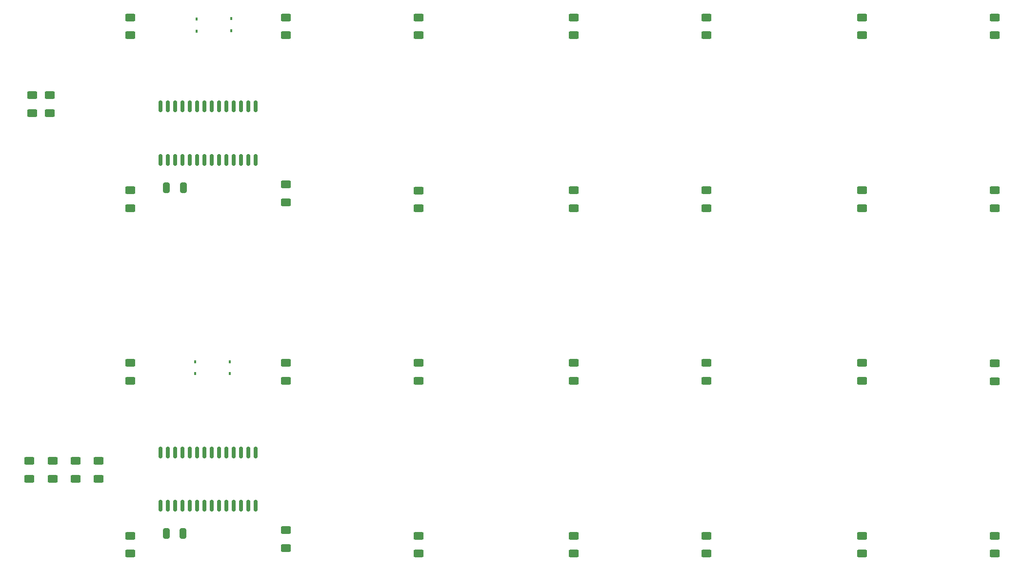
<source format=gbr>
%TF.GenerationSoftware,KiCad,Pcbnew,7.0.10-7.0.10~ubuntu22.04.1*%
%TF.CreationDate,2024-02-07T13:06:56+01:00*%
%TF.ProjectId,polykit-x-controlboard,706f6c79-6b69-4742-9d78-2d636f6e7472,v0.0.2*%
%TF.SameCoordinates,Original*%
%TF.FileFunction,Paste,Top*%
%TF.FilePolarity,Positive*%
%FSLAX46Y46*%
G04 Gerber Fmt 4.6, Leading zero omitted, Abs format (unit mm)*
G04 Created by KiCad (PCBNEW 7.0.10-7.0.10~ubuntu22.04.1) date 2024-02-07 13:06:56*
%MOMM*%
%LPD*%
G01*
G04 APERTURE LIST*
G04 Aperture macros list*
%AMRoundRect*
0 Rectangle with rounded corners*
0 $1 Rounding radius*
0 $2 $3 $4 $5 $6 $7 $8 $9 X,Y pos of 4 corners*
0 Add a 4 corners polygon primitive as box body*
4,1,4,$2,$3,$4,$5,$6,$7,$8,$9,$2,$3,0*
0 Add four circle primitives for the rounded corners*
1,1,$1+$1,$2,$3*
1,1,$1+$1,$4,$5*
1,1,$1+$1,$6,$7*
1,1,$1+$1,$8,$9*
0 Add four rect primitives between the rounded corners*
20,1,$1+$1,$2,$3,$4,$5,0*
20,1,$1+$1,$4,$5,$6,$7,0*
20,1,$1+$1,$6,$7,$8,$9,0*
20,1,$1+$1,$8,$9,$2,$3,0*%
G04 Aperture macros list end*
%ADD10R,0.450000X0.600000*%
%ADD11RoundRect,0.250000X0.625000X-0.400000X0.625000X0.400000X-0.625000X0.400000X-0.625000X-0.400000X0*%
%ADD12RoundRect,0.250000X-0.625000X0.400000X-0.625000X-0.400000X0.625000X-0.400000X0.625000X0.400000X0*%
%ADD13RoundRect,0.150000X-0.150000X0.875000X-0.150000X-0.875000X0.150000X-0.875000X0.150000X0.875000X0*%
%ADD14RoundRect,0.250000X0.325000X0.650000X-0.325000X0.650000X-0.325000X-0.650000X0.325000X-0.650000X0*%
G04 APERTURE END LIST*
D10*
%TO.C,D1*%
X63000000Y-72700000D03*
X63000000Y-74800000D03*
%TD*%
%TO.C,D2*%
X69000000Y-72650000D03*
X69000000Y-74750000D03*
%TD*%
D11*
%TO.C,R11*%
X37500000Y-89050000D03*
X37500000Y-85950000D03*
%TD*%
D12*
%TO.C,R33*%
X34000000Y-149450000D03*
X34000000Y-152550000D03*
%TD*%
%TO.C,R27*%
X78500000Y-161450000D03*
X78500000Y-164550000D03*
%TD*%
%TO.C,R23*%
X178500000Y-102450000D03*
X178500000Y-105550000D03*
%TD*%
%TO.C,R26*%
X51500000Y-162450000D03*
X51500000Y-165550000D03*
%TD*%
%TO.C,R30*%
X151500000Y-162450000D03*
X151500000Y-165550000D03*
%TD*%
D13*
%TO.C,U2*%
X73255000Y-147950000D03*
X71985000Y-147950000D03*
X70715000Y-147950000D03*
X69445000Y-147950000D03*
X68175000Y-147950000D03*
X66905000Y-147950000D03*
X65635000Y-147950000D03*
X64365000Y-147950000D03*
X63095000Y-147950000D03*
X61825000Y-147950000D03*
X60555000Y-147950000D03*
X59285000Y-147950000D03*
X58015000Y-147950000D03*
X56745000Y-147950000D03*
X56745000Y-157250000D03*
X58015000Y-157250000D03*
X59285000Y-157250000D03*
X60555000Y-157250000D03*
X61825000Y-157250000D03*
X63095000Y-157250000D03*
X64365000Y-157250000D03*
X65635000Y-157250000D03*
X66905000Y-157250000D03*
X68175000Y-157250000D03*
X69445000Y-157250000D03*
X70715000Y-157250000D03*
X71985000Y-157250000D03*
X73255000Y-157250000D03*
%TD*%
D12*
%TO.C,R32*%
X201500000Y-162450000D03*
X201500000Y-165550000D03*
%TD*%
%TO.C,R16*%
X51500000Y-132450000D03*
X51500000Y-135550000D03*
%TD*%
%TO.C,R13*%
X78500000Y-132450000D03*
X78500000Y-135550000D03*
%TD*%
%TO.C,R20*%
X101500000Y-102500000D03*
X101500000Y-105600000D03*
%TD*%
%TO.C,R12*%
X51500000Y-72450000D03*
X51500000Y-75550000D03*
%TD*%
%TO.C,R8*%
X151500000Y-132450000D03*
X151500000Y-135550000D03*
%TD*%
%TO.C,R17*%
X34500000Y-85950000D03*
X34500000Y-89050000D03*
%TD*%
D14*
%TO.C,C1*%
X60744258Y-102034015D03*
X57794258Y-102034015D03*
%TD*%
D10*
%TO.C,D4*%
X68750000Y-132200000D03*
X68750000Y-134300000D03*
%TD*%
D12*
%TO.C,R28*%
X101500000Y-162450000D03*
X101500000Y-165550000D03*
%TD*%
%TO.C,R25*%
X46000000Y-149450000D03*
X46000000Y-152550000D03*
%TD*%
%TO.C,R21*%
X128500000Y-102450000D03*
X128500000Y-105550000D03*
%TD*%
%TO.C,R6*%
X128500000Y-132450000D03*
X128500000Y-135550000D03*
%TD*%
%TO.C,R19*%
X78500000Y-101450000D03*
X78500000Y-104550000D03*
%TD*%
%TO.C,R3*%
X201500000Y-72450000D03*
X201500000Y-75550000D03*
%TD*%
%TO.C,R31*%
X178500000Y-162450000D03*
X178500000Y-165550000D03*
%TD*%
D13*
%TO.C,U1*%
X73255000Y-87850000D03*
X71985000Y-87850000D03*
X70715000Y-87850000D03*
X69445000Y-87850000D03*
X68175000Y-87850000D03*
X66905000Y-87850000D03*
X65635000Y-87850000D03*
X64365000Y-87850000D03*
X63095000Y-87850000D03*
X61825000Y-87850000D03*
X60555000Y-87850000D03*
X59285000Y-87850000D03*
X58015000Y-87850000D03*
X56745000Y-87850000D03*
X56745000Y-97150000D03*
X58015000Y-97150000D03*
X59285000Y-97150000D03*
X60555000Y-97150000D03*
X61825000Y-97150000D03*
X63095000Y-97150000D03*
X64365000Y-97150000D03*
X65635000Y-97150000D03*
X66905000Y-97150000D03*
X68175000Y-97150000D03*
X69445000Y-97150000D03*
X70715000Y-97150000D03*
X71985000Y-97150000D03*
X73255000Y-97150000D03*
%TD*%
D12*
%TO.C,R29*%
X128500000Y-162450000D03*
X128500000Y-165550000D03*
%TD*%
%TO.C,R7*%
X151500000Y-72450000D03*
X151500000Y-75550000D03*
%TD*%
%TO.C,R24*%
X201500000Y-102450000D03*
X201500000Y-105550000D03*
%TD*%
%TO.C,R22*%
X151500000Y-102450000D03*
X151500000Y-105550000D03*
%TD*%
%TO.C,R15*%
X38000000Y-149450000D03*
X38000000Y-152550000D03*
%TD*%
%TO.C,R14*%
X101500000Y-132450000D03*
X101500000Y-135550000D03*
%TD*%
%TO.C,R34*%
X42000000Y-149450000D03*
X42000000Y-152550000D03*
%TD*%
%TO.C,R5*%
X128500000Y-72450000D03*
X128500000Y-75550000D03*
%TD*%
%TO.C,R18*%
X51500000Y-102450000D03*
X51500000Y-105550000D03*
%TD*%
D10*
%TO.C,D3*%
X62750000Y-132200000D03*
X62750000Y-134300000D03*
%TD*%
D12*
%TO.C,R4*%
X201500000Y-132500000D03*
X201500000Y-135600000D03*
%TD*%
%TO.C,R1*%
X178500000Y-72450000D03*
X178500000Y-75550000D03*
%TD*%
D14*
%TO.C,C2*%
X60675000Y-162000000D03*
X57725000Y-162000000D03*
%TD*%
D12*
%TO.C,R9*%
X78500000Y-72450000D03*
X78500000Y-75550000D03*
%TD*%
%TO.C,R2*%
X178500000Y-132450000D03*
X178500000Y-135550000D03*
%TD*%
%TO.C,R10*%
X101500000Y-72450000D03*
X101500000Y-75550000D03*
%TD*%
M02*

</source>
